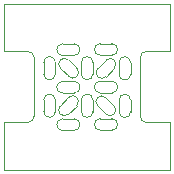
<source format=gbr>
G04 #@! TF.GenerationSoftware,KiCad,Pcbnew,(5.1.4)-1*
G04 #@! TF.CreationDate,2020-11-25T15:12:57-08:00*
G04 #@! TF.ProjectId,ufc_v4_comm_layer2,7566635f-7634-45f6-936f-6d6d5f6c6179,rev?*
G04 #@! TF.SameCoordinates,Original*
G04 #@! TF.FileFunction,Profile,NP*
%FSLAX46Y46*%
G04 Gerber Fmt 4.6, Leading zero omitted, Abs format (unit mm)*
G04 Created by KiCad (PCBNEW (5.1.4)-1) date 2020-11-25 15:12:57*
%MOMM*%
%LPD*%
G04 APERTURE LIST*
%ADD10C,0.050000*%
G04 APERTURE END LIST*
D10*
X203274083Y-57117500D02*
G75*
G02X204255917Y-57117500I490917J0D01*
G01*
X204255102Y-58107500D02*
G75*
G02X203274898Y-58107500I-490102J0D01*
G01*
X204862500Y-59705102D02*
X205852500Y-59705102D01*
X203274898Y-57117500D02*
X203274898Y-58107500D01*
X209644898Y-57127500D02*
G75*
G02X210625102Y-57127500I490102J0D01*
G01*
X208047500Y-62860917D02*
X209037500Y-62860917D01*
X204675958Y-57611077D02*
X205375994Y-58311113D01*
X205852500Y-58724898D02*
G75*
G02X205852500Y-59705102I0J-490102D01*
G01*
X205852500Y-61899083D02*
X204862500Y-61899083D01*
X205852500Y-55549898D02*
G75*
G02X205852500Y-56530102I0J-490102D01*
G01*
X204862500Y-62880102D02*
X205852500Y-62880102D01*
X209224042Y-60798923D02*
X208524006Y-60098887D01*
X203274898Y-60292500D02*
X203274898Y-61282500D01*
X208047500Y-59685917D02*
X209037500Y-59685917D01*
X206070254Y-57616851D02*
G75*
G02X205375994Y-58311113I-347130J-347131D01*
G01*
X208047500Y-59685102D02*
G75*
G02X208047500Y-58704898I0J490102D01*
G01*
X204676535Y-57610502D02*
G75*
G02X205369643Y-56917392I346554J346555D01*
G01*
X209037500Y-58704898D02*
X208047500Y-58704898D01*
X205852500Y-55549083D02*
X204862500Y-55549083D01*
X205356077Y-61479042D02*
X206056113Y-60779006D01*
X208537572Y-58324679D02*
X209237608Y-57624643D01*
X208047500Y-56510917D02*
X209037500Y-56510917D01*
X207829746Y-60793149D02*
G75*
G02X208524006Y-60098887I347130J347131D01*
G01*
X204255917Y-61282500D02*
X204255917Y-60292500D01*
X205852500Y-58724083D02*
X204862500Y-58724083D01*
X210625102Y-58117500D02*
X210625102Y-57127500D01*
X209037498Y-55529083D02*
G75*
G02X209037500Y-56510917I1J-490917D01*
G01*
X209037500Y-55529898D02*
X208047500Y-55529898D01*
X208047500Y-56510102D02*
G75*
G02X208047500Y-55529898I0J490102D01*
G01*
X209644898Y-60302500D02*
G75*
G02X210625102Y-60302500I490102J0D01*
G01*
X207830321Y-60792572D02*
X208530357Y-61492608D01*
X204862500Y-56530102D02*
X205852500Y-56530102D01*
X206069679Y-57617428D02*
X205369643Y-56917392D01*
X205362428Y-60085321D02*
X204662392Y-60785357D01*
X210625917Y-61292498D02*
G75*
G02X209644083Y-61292500I-490917J-1D01*
G01*
X209037498Y-61879083D02*
G75*
G02X209037500Y-62860917I1J-490917D01*
G01*
X205361851Y-60084746D02*
G75*
G02X206056113Y-60779006I347131J-347130D01*
G01*
X205852500Y-61899898D02*
G75*
G02X205852500Y-62880102I0J-490102D01*
G01*
X208047500Y-62860102D02*
G75*
G02X208047500Y-61879898I0J490102D01*
G01*
X204255917Y-58107500D02*
X204255917Y-57117500D01*
X204862500Y-62880917D02*
G75*
G02X204862500Y-61899083I0J490917D01*
G01*
X208538149Y-58325254D02*
G75*
G02X207843887Y-57630994I-347131J347130D01*
G01*
X206449083Y-60292500D02*
G75*
G02X207430917Y-60292500I490917J0D01*
G01*
X204255102Y-61282500D02*
G75*
G02X203274898Y-61282500I-490102J0D01*
G01*
X210625102Y-61292500D02*
X210625102Y-60302500D01*
X209644083Y-57127500D02*
X209644083Y-58117500D01*
X205355502Y-61478465D02*
G75*
G02X204662392Y-60785357I-346555J346554D01*
G01*
X209223465Y-60799498D02*
G75*
G02X208530357Y-61492608I-346554J-346555D01*
G01*
X204862500Y-56530917D02*
G75*
G02X204862500Y-55549083I0J490917D01*
G01*
X208544498Y-56931535D02*
G75*
G02X209237608Y-57624643I346555J-346554D01*
G01*
X207430917Y-58107500D02*
X207430917Y-57117500D01*
X207430102Y-58107500D02*
G75*
G02X206449898Y-58107500I-490102J0D01*
G01*
X204862500Y-59705917D02*
G75*
G02X204862500Y-58724083I0J490917D01*
G01*
X203274083Y-60292500D02*
G75*
G02X204255917Y-60292500I490917J0D01*
G01*
X210625917Y-58117498D02*
G75*
G02X209644083Y-58117500I-490917J-1D01*
G01*
X206449898Y-57117500D02*
X206449898Y-58107500D01*
X209644083Y-60302500D02*
X209644083Y-61292500D01*
X206449898Y-60292500D02*
X206449898Y-61282500D01*
X207430102Y-61282500D02*
G75*
G02X206449898Y-61282500I-490102J0D01*
G01*
X206449083Y-57117500D02*
G75*
G02X207430917Y-57117500I490917J0D01*
G01*
X207430917Y-61282500D02*
X207430917Y-60292500D01*
X209037498Y-58704083D02*
G75*
G02X209037500Y-59685917I1J-490917D01*
G01*
X208543923Y-56930958D02*
X207843887Y-57630994D01*
X209037500Y-61879898D02*
X208047500Y-61879898D01*
X211945000Y-62190000D02*
G75*
G02X211445000Y-61690000I0J500000D01*
G01*
X202445000Y-61690000D02*
G75*
G02X201945000Y-62190000I-500000J0D01*
G01*
X211445000Y-56690000D02*
X211445000Y-61690000D01*
X201945000Y-56190000D02*
X199945000Y-56190000D01*
X213945000Y-66190000D02*
X199945000Y-66190000D01*
X199945000Y-62190000D02*
X199945000Y-66190000D01*
X213945000Y-62190000D02*
X213945000Y-66190000D01*
X201945000Y-56190000D02*
G75*
G02X202445000Y-56690000I0J-500000D01*
G01*
X201945000Y-62190000D02*
X199945000Y-62190000D01*
X211945000Y-56190000D02*
X213945000Y-56190000D01*
X211945000Y-62190000D02*
X213945000Y-62190000D01*
X202445000Y-56690000D02*
X202445000Y-61690000D01*
X211445000Y-56690000D02*
G75*
G02X211945000Y-56190000I500000J0D01*
G01*
X199945000Y-52190000D02*
X213945000Y-52190000D01*
X213945000Y-52190000D02*
X213945000Y-56190000D01*
X199945000Y-56190000D02*
X199945000Y-52190000D01*
M02*

</source>
